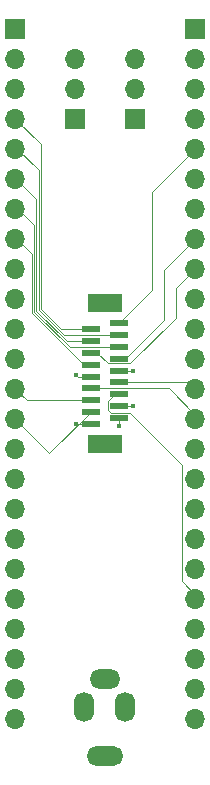
<source format=gbr>
%TF.GenerationSoftware,KiCad,Pcbnew,7.0.7-7.0.7~ubuntu22.04.1*%
%TF.CreationDate,2023-09-13T15:14:59+01:00*%
%TF.ProjectId,clvHd_master_teensy41,636c7648-645f-46d6-9173-7465725f7465,rev?*%
%TF.SameCoordinates,Original*%
%TF.FileFunction,Copper,L4,Bot*%
%TF.FilePolarity,Positive*%
%FSLAX46Y46*%
G04 Gerber Fmt 4.6, Leading zero omitted, Abs format (unit mm)*
G04 Created by KiCad (PCBNEW 7.0.7-7.0.7~ubuntu22.04.1) date 2023-09-13 15:14:59*
%MOMM*%
%LPD*%
G01*
G04 APERTURE LIST*
G04 Aperture macros list*
%AMRoundRect*
0 Rectangle with rounded corners*
0 $1 Rounding radius*
0 $2 $3 $4 $5 $6 $7 $8 $9 X,Y pos of 4 corners*
0 Add a 4 corners polygon primitive as box body*
4,1,4,$2,$3,$4,$5,$6,$7,$8,$9,$2,$3,0*
0 Add four circle primitives for the rounded corners*
1,1,$1+$1,$2,$3*
1,1,$1+$1,$4,$5*
1,1,$1+$1,$6,$7*
1,1,$1+$1,$8,$9*
0 Add four rect primitives between the rounded corners*
20,1,$1+$1,$2,$3,$4,$5,0*
20,1,$1+$1,$4,$5,$6,$7,0*
20,1,$1+$1,$6,$7,$8,$9,0*
20,1,$1+$1,$8,$9,$2,$3,0*%
G04 Aperture macros list end*
%TA.AperFunction,ComponentPad*%
%ADD10R,1.700000X1.700000*%
%TD*%
%TA.AperFunction,ComponentPad*%
%ADD11O,1.700000X1.700000*%
%TD*%
%TA.AperFunction,SMDPad,CuDef*%
%ADD12R,1.600000X0.500000*%
%TD*%
%TA.AperFunction,SMDPad,CuDef*%
%ADD13R,2.900000X1.500000*%
%TD*%
%TA.AperFunction,ComponentPad*%
%ADD14RoundRect,0.800000X-0.050000X-0.450000X0.050000X-0.450000X0.050000X0.450000X-0.050000X0.450000X0*%
%TD*%
%TA.AperFunction,ComponentPad*%
%ADD15RoundRect,0.800000X-0.450000X0.050000X-0.450000X-0.050000X0.450000X-0.050000X0.450000X0.050000X0*%
%TD*%
%TA.AperFunction,ComponentPad*%
%ADD16RoundRect,0.800000X-0.700000X0.050000X-0.700000X-0.050000X0.700000X-0.050000X0.700000X0.050000X0*%
%TD*%
%TA.AperFunction,ViaPad*%
%ADD17C,0.400000*%
%TD*%
%TA.AperFunction,Conductor*%
%ADD18C,0.100000*%
%TD*%
G04 APERTURE END LIST*
D10*
%TO.P,J3,1,Pin_1*%
%TO.N,unconnected-(J3-Pin_1-Pad1)*%
X107645000Y-70800000D03*
D11*
%TO.P,J3,2,Pin_2*%
%TO.N,GND*%
X107645000Y-73340000D03*
%TO.P,J3,3,Pin_3*%
%TO.N,unconnected-(J3-Pin_3-Pad3)*%
X107645000Y-75880000D03*
%TO.P,J3,4,Pin_4*%
%TO.N,unconnected-(J3-Pin_4-Pad4)*%
X107645000Y-78420000D03*
%TO.P,J3,5,Pin_5*%
%TO.N,LED_OUT*%
X107645000Y-80960000D03*
%TO.P,J3,6,Pin_6*%
%TO.N,unconnected-(J3-Pin_6-Pad6)*%
X107645000Y-83500000D03*
%TO.P,J3,7,Pin_7*%
%TO.N,unconnected-(J3-Pin_7-Pad7)*%
X107645000Y-86040000D03*
%TO.P,J3,8,Pin_8*%
%TO.N,I2C_SCL*%
X107645000Y-88580000D03*
%TO.P,J3,9,Pin_9*%
%TO.N,I2C_SDA*%
X107645000Y-91120000D03*
%TO.P,J3,10,Pin_10*%
%TO.N,unconnected-(J3-Pin_10-Pad10)*%
X107645000Y-93660000D03*
%TO.P,J3,11,Pin_11*%
%TO.N,unconnected-(J3-Pin_11-Pad11)*%
X107645000Y-96200000D03*
%TO.P,J3,12,Pin_12*%
%TO.N,unconnected-(J3-Pin_12-Pad12)*%
X107645000Y-98740000D03*
%TO.P,J3,13,Pin_13*%
%TO.N,AUX1*%
X107645000Y-101280000D03*
%TO.P,J3,14,Pin_14*%
%TO.N,SCLK*%
X107645000Y-103820000D03*
%TO.P,J3,15,Pin_15*%
%TO.N,GND*%
X107645000Y-106360000D03*
%TO.P,J3,16,Pin_16*%
%TO.N,unconnected-(J3-Pin_16-Pad16)*%
X107645000Y-108900000D03*
%TO.P,J3,17,Pin_17*%
%TO.N,unconnected-(J3-Pin_17-Pad17)*%
X107645000Y-111440000D03*
%TO.P,J3,18,Pin_18*%
%TO.N,unconnected-(J3-Pin_18-Pad18)*%
X107645000Y-113980000D03*
%TO.P,J3,19,Pin_19*%
%TO.N,unconnected-(J3-Pin_19-Pad19)*%
X107645000Y-116520000D03*
%TO.P,J3,20,Pin_20*%
%TO.N,AUX2*%
X107645000Y-119060000D03*
%TO.P,J3,21,Pin_21*%
%TO.N,unconnected-(J3-Pin_21-Pad21)*%
X107645000Y-121600000D03*
%TO.P,J3,22,Pin_22*%
%TO.N,unconnected-(J3-Pin_22-Pad22)*%
X107645000Y-124140000D03*
%TO.P,J3,23,Pin_23*%
%TO.N,unconnected-(J3-Pin_23-Pad23)*%
X107645000Y-126680000D03*
%TO.P,J3,24,Pin_24*%
%TO.N,unconnected-(J3-Pin_24-Pad24)*%
X107645000Y-129220000D03*
%TD*%
D10*
%TO.P,J6,1,Pin_1*%
%TO.N,3V3_BAT*%
X97460000Y-78410000D03*
D11*
%TO.P,J6,2,Pin_2*%
%TO.N,+3.3V*%
X97460000Y-75870000D03*
%TO.P,J6,3,Pin_3*%
%TO.N,3V3_TEENSY*%
X97460000Y-73330000D03*
%TD*%
D10*
%TO.P,J2,1,Pin_1*%
%TO.N,5V_BAT*%
X102540000Y-78410000D03*
D11*
%TO.P,J2,2,Pin_2*%
%TO.N,+5VA*%
X102540000Y-75870000D03*
%TO.P,J2,3,Pin_3*%
%TO.N,3V3_TEENSY*%
X102540000Y-73330000D03*
%TD*%
D10*
%TO.P,J4,1,Pin_1*%
%TO.N,GND*%
X92405000Y-70800000D03*
D11*
%TO.P,J4,2,Pin_2*%
%TO.N,unconnected-(J4-Pin_2-Pad2)*%
X92405000Y-73340000D03*
%TO.P,J4,3,Pin_3*%
%TO.N,unconnected-(J4-Pin_3-Pad3)*%
X92405000Y-75880000D03*
%TO.P,J4,4,Pin_4*%
%TO.N,ADD_OUT1*%
X92405000Y-78420000D03*
%TO.P,J4,5,Pin_5*%
%TO.N,ADD_OUT2*%
X92405000Y-80960000D03*
%TO.P,J4,6,Pin_6*%
%TO.N,ADD_OUT3*%
X92405000Y-83500000D03*
%TO.P,J4,7,Pin_7*%
%TO.N,ADD_OUT4*%
X92405000Y-86040000D03*
%TO.P,J4,8,Pin_8*%
%TO.N,RESETB*%
X92405000Y-88580000D03*
%TO.P,J4,9,Pin_9*%
%TO.N,unconnected-(J4-Pin_9-Pad9)*%
X92405000Y-91120000D03*
%TO.P,J4,10,Pin_10*%
%TO.N,unconnected-(J4-Pin_10-Pad10)*%
X92405000Y-93660000D03*
%TO.P,J4,11,Pin_11*%
%TO.N,unconnected-(J4-Pin_11-Pad11)*%
X92405000Y-96200000D03*
%TO.P,J4,12,Pin_12*%
%TO.N,unconnected-(J4-Pin_12-Pad12)*%
X92405000Y-98740000D03*
%TO.P,J4,13,Pin_13*%
%TO.N,MOSI_DIN*%
X92405000Y-101280000D03*
%TO.P,J4,14,Pin_14*%
%TO.N,MISO_DOUT*%
X92405000Y-103820000D03*
%TO.P,J4,15,Pin_15*%
%TO.N,3V3_TEENSY*%
X92405000Y-106360000D03*
%TO.P,J4,16,Pin_16*%
%TO.N,unconnected-(J4-Pin_16-Pad16)*%
X92405000Y-108900000D03*
%TO.P,J4,17,Pin_17*%
%TO.N,unconnected-(J4-Pin_17-Pad17)*%
X92405000Y-111440000D03*
%TO.P,J4,18,Pin_18*%
%TO.N,unconnected-(J4-Pin_18-Pad18)*%
X92405000Y-113980000D03*
%TO.P,J4,19,Pin_19*%
%TO.N,unconnected-(J4-Pin_19-Pad19)*%
X92405000Y-116520000D03*
%TO.P,J4,20,Pin_20*%
%TO.N,unconnected-(J4-Pin_20-Pad20)*%
X92405000Y-119060000D03*
%TO.P,J4,21,Pin_21*%
%TO.N,unconnected-(J4-Pin_21-Pad21)*%
X92405000Y-121600000D03*
%TO.P,J4,22,Pin_22*%
%TO.N,unconnected-(J4-Pin_22-Pad22)*%
X92405000Y-124140000D03*
%TO.P,J4,23,Pin_23*%
%TO.N,unconnected-(J4-Pin_23-Pad23)*%
X92405000Y-126680000D03*
%TO.P,J4,24,Pin_24*%
%TO.N,unconnected-(J4-Pin_24-Pad24)*%
X92405000Y-129220000D03*
%TD*%
D12*
%TO.P,J1,1,1*%
%TO.N,+3.3V*%
X98800000Y-104250000D03*
%TO.P,J1,2,2*%
%TO.N,+5VA*%
X101200000Y-103750000D03*
%TO.P,J1,3,3*%
%TO.N,MISO_DOUT*%
X98800000Y-103250000D03*
%TO.P,J1,4,4*%
%TO.N,GND*%
X101200000Y-102750000D03*
%TO.P,J1,5,5*%
%TO.N,MOSI_DIN*%
X98800000Y-102250000D03*
%TO.P,J1,6,6*%
%TO.N,AUX2*%
X101200000Y-101750000D03*
%TO.P,J1,7,7*%
%TO.N,SCLK*%
X98800000Y-101250000D03*
%TO.P,J1,8,8*%
%TO.N,AUX1*%
X101200000Y-100750000D03*
%TO.P,J1,9,9*%
%TO.N,GND*%
X98800000Y-100250000D03*
%TO.P,J1,10,10*%
%TO.N,IN_ref*%
X101200000Y-99750000D03*
%TO.P,J1,11,11*%
%TO.N,RESETB*%
X98800000Y-99250000D03*
%TO.P,J1,12,12*%
%TO.N,I2C_SCL*%
X101200000Y-98750000D03*
%TO.P,J1,13,13*%
%TO.N,I2C_SDA*%
X98800000Y-98250000D03*
%TO.P,J1,14,14*%
%TO.N,ADD_OUT4*%
X101200000Y-97750000D03*
%TO.P,J1,15,15*%
%TO.N,ADD_OUT3*%
X98800000Y-97250000D03*
%TO.P,J1,16,16*%
%TO.N,ADD_OUT2*%
X101200000Y-96750000D03*
%TO.P,J1,17,17*%
%TO.N,ADD_OUT1*%
X98800000Y-96250000D03*
%TO.P,J1,18,18*%
%TO.N,LED_OUT*%
X101200000Y-95750000D03*
D13*
%TO.P,J1,19,sh1*%
%TO.N,unconnected-(J1-sh1-Pad19)*%
X100000000Y-106000000D03*
%TO.P,J1,20,sh2*%
%TO.N,unconnected-(J1-sh2-Pad20)*%
X100000000Y-94000000D03*
%TD*%
D14*
%TO.P,J5,1,T*%
%TO.N,GND*%
X101750000Y-128200000D03*
D15*
%TO.P,J5,2,R*%
%TO.N,IN_ref*%
X100000000Y-125900000D03*
D14*
%TO.P,J5,3,T*%
%TO.N,GND*%
X98250000Y-128200000D03*
D16*
%TO.P,J5,6,S*%
%TO.N,IN_ref*%
X100000000Y-132400000D03*
%TD*%
D17*
%TO.N,+3.3V*%
X97600000Y-104250000D03*
%TO.N,+5VA*%
X101200000Y-104450000D03*
%TO.N,GND*%
X102400000Y-102750000D03*
X97600000Y-100150000D03*
%TO.N,IN_ref*%
X102400000Y-99750000D03*
%TD*%
D18*
%TO.N,+3.3V*%
X98800000Y-104250000D02*
X97600000Y-104250000D01*
%TO.N,+5VA*%
X101200000Y-103750000D02*
X101200000Y-104450000D01*
%TO.N,MISO_DOUT*%
X98800000Y-103250000D02*
X95317500Y-106732500D01*
X95317500Y-106732500D02*
X92405000Y-103820000D01*
%TO.N,GND*%
X101200000Y-102750000D02*
X102400000Y-102750000D01*
X97700000Y-100250000D02*
X97600000Y-100150000D01*
X98800000Y-100250000D02*
X97700000Y-100250000D01*
%TO.N,MOSI_DIN*%
X93375000Y-102250000D02*
X92405000Y-101280000D01*
X98800000Y-102250000D02*
X93375000Y-102250000D01*
%TO.N,AUX2*%
X106500000Y-117580000D02*
X107645000Y-118725000D01*
X100510000Y-103360000D02*
X102140000Y-103360000D01*
X102140000Y-103360000D02*
X106500000Y-107720000D01*
X100260000Y-103110000D02*
X100510000Y-103360000D01*
X100260000Y-102360000D02*
X100260000Y-103110000D01*
X100870000Y-101750000D02*
X100260000Y-102360000D01*
X107645000Y-118725000D02*
X107645000Y-119060000D01*
X101200000Y-101750000D02*
X100870000Y-101750000D01*
X106500000Y-107720000D02*
X106500000Y-117580000D01*
%TO.N,SCLK*%
X107645000Y-103485000D02*
X107645000Y-103820000D01*
X105410000Y-101250000D02*
X107645000Y-103485000D01*
X98800000Y-101250000D02*
X105410000Y-101250000D01*
%TO.N,AUX1*%
X101200000Y-100750000D02*
X107115000Y-100750000D01*
X107115000Y-100750000D02*
X107645000Y-101280000D01*
%TO.N,IN_ref*%
X101200000Y-99750000D02*
X102400000Y-99750000D01*
%TO.N,RESETB*%
X92580000Y-88580000D02*
X92405000Y-88580000D01*
X93840000Y-89840000D02*
X92580000Y-88580000D01*
X98250000Y-99250000D02*
X93840000Y-94840000D01*
X98800000Y-99250000D02*
X98250000Y-99250000D01*
X93840000Y-94840000D02*
X93840000Y-89840000D01*
%TO.N,I2C_SCL*%
X101200000Y-98750000D02*
X101750000Y-98750000D01*
X105000000Y-91225000D02*
X107645000Y-88580000D01*
X101750000Y-98750000D02*
X105000000Y-95500000D01*
X105000000Y-95500000D02*
X105000000Y-91225000D01*
%TO.N,I2C_SDA*%
X99350000Y-98250000D02*
X100240000Y-99140000D01*
X100240000Y-99140000D02*
X102140000Y-99140000D01*
X106000000Y-92765000D02*
X107645000Y-91120000D01*
X98800000Y-98250000D02*
X99350000Y-98250000D01*
X106000000Y-95280000D02*
X106000000Y-92765000D01*
X102140000Y-99140000D02*
X106000000Y-95280000D01*
%TO.N,ADD_OUT4*%
X94030000Y-94761300D02*
X94030000Y-87450000D01*
X101200000Y-97750000D02*
X97018700Y-97750000D01*
X92620000Y-86040000D02*
X92405000Y-86040000D01*
X94030000Y-87450000D02*
X92620000Y-86040000D01*
X97018700Y-97750000D02*
X94030000Y-94761300D01*
%TO.N,ADD_OUT3*%
X94220000Y-94682600D02*
X94220000Y-85220000D01*
X92500000Y-83500000D02*
X92405000Y-83500000D01*
X98800000Y-97250000D02*
X96787400Y-97250000D01*
X96787400Y-97250000D02*
X94220000Y-94682600D01*
X94220000Y-85220000D02*
X92500000Y-83500000D01*
%TO.N,ADD_OUT2*%
X94410000Y-94603900D02*
X94410000Y-82790000D01*
X92580000Y-80960000D02*
X92405000Y-80960000D01*
X94410000Y-82790000D02*
X92580000Y-80960000D01*
X101200000Y-96750000D02*
X96556100Y-96750000D01*
X96556100Y-96750000D02*
X94410000Y-94603900D01*
%TO.N,ADD_OUT1*%
X94600000Y-94525200D02*
X94600000Y-80600000D01*
X98800000Y-96250000D02*
X96324800Y-96250000D01*
X94600000Y-80600000D02*
X92420000Y-78420000D01*
X92420000Y-78420000D02*
X92405000Y-78420000D01*
X96324800Y-96250000D02*
X94600000Y-94525200D01*
%TO.N,LED_OUT*%
X101200000Y-95750000D02*
X104000000Y-92950000D01*
X104000000Y-84605000D02*
X107645000Y-80960000D01*
X104000000Y-92950000D02*
X104000000Y-84605000D01*
%TD*%
M02*

</source>
